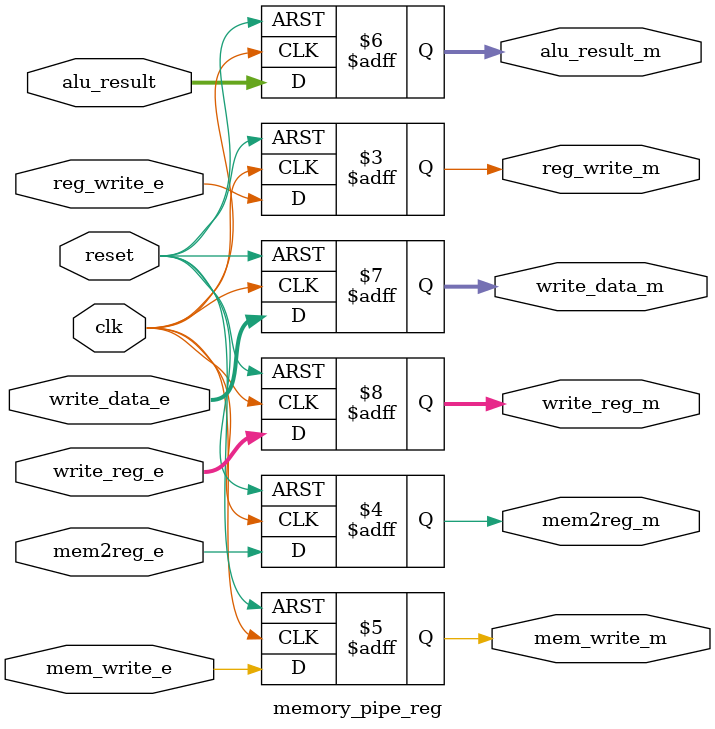
<source format=v>
module memory_pipe_reg 
#(parameter data_width=32 ,op_width=5)
(input clk,
input reset ,
input [data_width-1:0] alu_result ,
input [data_width-1:0] write_data_e ,//to be written in data_memory
input [op_width-1:0] write_reg_e, //write address @ reg_file 
//control_signals 
input reg_write_e,
input mem2reg_e,
input mem_write_e,
//---------outputs --------
output reg reg_write_m,
output reg mem2reg_m,
output reg mem_write_m,
output reg [data_width-1:0] alu_result_m,
output reg [data_width-1:0] write_data_m,
output reg [op_width-1:0] write_reg_m
);
always @ (posedge clk ,negedge reset )begin
    if (!reset)begin
reg_write_m<=1'b0;
 mem2reg_m<=1'b0;
 mem_write_m<=1'b0;
alu_result_m<={data_width{1'b0}};
write_data_m<={data_width{1'b0}};
 write_reg_m<={op_width{1'b0}};
    end
    else begin
reg_write_m<=reg_write_e;
 mem2reg_m<=mem2reg_e;
 mem_write_m<=mem_write_e;
alu_result_m<=alu_result;
write_data_m<=write_data_e;
 write_reg_m<=write_reg_e;
    end
end
endmodule 
</source>
